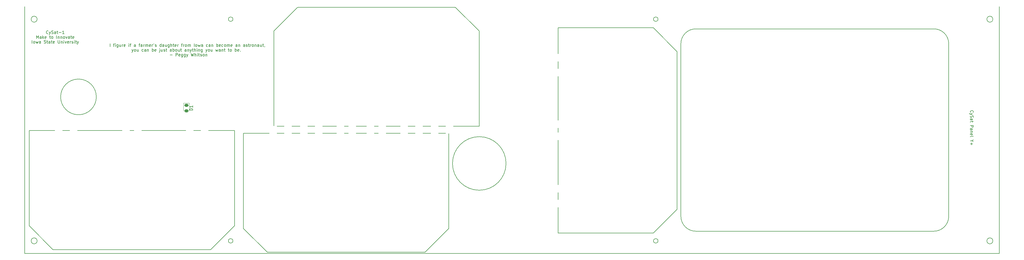
<source format=gto>
G04 #@! TF.GenerationSoftware,KiCad,Pcbnew,(6.0.4-0)*
G04 #@! TF.CreationDate,2022-09-21T16:46:56-05:00*
G04 #@! TF.ProjectId,Y+,592b2e6b-6963-4616-945f-706362585858,4*
G04 #@! TF.SameCoordinates,Original*
G04 #@! TF.FileFunction,Legend,Top*
G04 #@! TF.FilePolarity,Positive*
%FSLAX46Y46*%
G04 Gerber Fmt 4.6, Leading zero omitted, Abs format (unit mm)*
G04 Created by KiCad (PCBNEW (6.0.4-0)) date 2022-09-21 16:46:56*
%MOMM*%
%LPD*%
G01*
G04 APERTURE LIST*
G04 Aperture macros list*
%AMRoundRect*
0 Rectangle with rounded corners*
0 $1 Rounding radius*
0 $2 $3 $4 $5 $6 $7 $8 $9 X,Y pos of 4 corners*
0 Add a 4 corners polygon primitive as box body*
4,1,4,$2,$3,$4,$5,$6,$7,$8,$9,$2,$3,0*
0 Add four circle primitives for the rounded corners*
1,1,$1+$1,$2,$3*
1,1,$1+$1,$4,$5*
1,1,$1+$1,$6,$7*
1,1,$1+$1,$8,$9*
0 Add four rect primitives between the rounded corners*
20,1,$1+$1,$2,$3,$4,$5,0*
20,1,$1+$1,$4,$5,$6,$7,0*
20,1,$1+$1,$6,$7,$8,$9,0*
20,1,$1+$1,$8,$9,$2,$3,0*%
G04 Aperture macros list end*
%ADD10C,0.200000*%
%ADD11C,0.150000*%
%ADD12C,0.120000*%
%ADD13RoundRect,0.243750X-0.456250X0.243750X-0.456250X-0.243750X0.456250X-0.243750X0.456250X0.243750X0*%
%ADD14R,58.420000X25.400000*%
%ADD15R,2.500000X2.500000*%
%ADD16R,25.400000X58.420000*%
G04 APERTURE END LIST*
D10*
X339083363Y-189550000D02*
G75*
G03*
X339083363Y-189550000I-762000J0D01*
G01*
X346764400Y-255800000D02*
G75*
G03*
X351764363Y-260800000I5000000J0D01*
G01*
X196241364Y-189550000D02*
G75*
G03*
X196241364Y-189550000I-762000J0D01*
G01*
X451589363Y-264050000D02*
G75*
G03*
X451589363Y-264050000I-1000000J0D01*
G01*
X288014363Y-238030000D02*
G75*
G03*
X288014363Y-238030000I-9000000J0D01*
G01*
X351764363Y-260800000D02*
X431764363Y-260800000D01*
X431764363Y-192800000D02*
X351764363Y-192800000D01*
X451589363Y-189550000D02*
G75*
G03*
X451589363Y-189550000I-1000000J0D01*
G01*
X130439364Y-189550000D02*
G75*
G03*
X130439364Y-189550000I-1000000J0D01*
G01*
X351764363Y-192799963D02*
G75*
G03*
X346764363Y-197800000I37J-5000037D01*
G01*
X339083363Y-264050000D02*
G75*
G03*
X339083363Y-264050000I-762000J0D01*
G01*
X436764400Y-197800000D02*
G75*
G03*
X431764363Y-192800000I-5000000J0D01*
G01*
X126264364Y-268300000D02*
X126264364Y-185300000D01*
X130439364Y-264050000D02*
G75*
G03*
X130439364Y-264050000I-1000000J0D01*
G01*
X453764363Y-185300000D02*
X453764363Y-268300000D01*
X196241364Y-264050000D02*
G75*
G03*
X196241364Y-264050000I-762000J0D01*
G01*
X436764363Y-255800000D02*
X436764363Y-197800000D01*
X346764363Y-197800000D02*
X346764363Y-255800000D01*
X150341364Y-215670000D02*
G75*
G03*
X150341364Y-215670000I-6000000J0D01*
G01*
X431764363Y-260799963D02*
G75*
G03*
X436764363Y-255800000I37J4999963D01*
G01*
X453764363Y-268300000D02*
X126264364Y-268300000D01*
D11*
X154942857Y-198742380D02*
X154942857Y-197742380D01*
X156038095Y-198075714D02*
X156419047Y-198075714D01*
X156180952Y-198742380D02*
X156180952Y-197885238D01*
X156228571Y-197790000D01*
X156323809Y-197742380D01*
X156419047Y-197742380D01*
X156752380Y-198742380D02*
X156752380Y-198075714D01*
X156752380Y-197742380D02*
X156704761Y-197790000D01*
X156752380Y-197837619D01*
X156800000Y-197790000D01*
X156752380Y-197742380D01*
X156752380Y-197837619D01*
X157657142Y-198075714D02*
X157657142Y-198885238D01*
X157609523Y-198980476D01*
X157561904Y-199028095D01*
X157466666Y-199075714D01*
X157323809Y-199075714D01*
X157228571Y-199028095D01*
X157657142Y-198694761D02*
X157561904Y-198742380D01*
X157371428Y-198742380D01*
X157276190Y-198694761D01*
X157228571Y-198647142D01*
X157180952Y-198551904D01*
X157180952Y-198266190D01*
X157228571Y-198170952D01*
X157276190Y-198123333D01*
X157371428Y-198075714D01*
X157561904Y-198075714D01*
X157657142Y-198123333D01*
X158561904Y-198075714D02*
X158561904Y-198742380D01*
X158133333Y-198075714D02*
X158133333Y-198599523D01*
X158180952Y-198694761D01*
X158276190Y-198742380D01*
X158419047Y-198742380D01*
X158514285Y-198694761D01*
X158561904Y-198647142D01*
X159038095Y-198742380D02*
X159038095Y-198075714D01*
X159038095Y-198266190D02*
X159085714Y-198170952D01*
X159133333Y-198123333D01*
X159228571Y-198075714D01*
X159323809Y-198075714D01*
X160038095Y-198694761D02*
X159942857Y-198742380D01*
X159752380Y-198742380D01*
X159657142Y-198694761D01*
X159609523Y-198599523D01*
X159609523Y-198218571D01*
X159657142Y-198123333D01*
X159752380Y-198075714D01*
X159942857Y-198075714D01*
X160038095Y-198123333D01*
X160085714Y-198218571D01*
X160085714Y-198313809D01*
X159609523Y-198409047D01*
X161276190Y-198742380D02*
X161276190Y-198075714D01*
X161276190Y-197742380D02*
X161228571Y-197790000D01*
X161276190Y-197837619D01*
X161323809Y-197790000D01*
X161276190Y-197742380D01*
X161276190Y-197837619D01*
X161609523Y-198075714D02*
X161990476Y-198075714D01*
X161752380Y-198742380D02*
X161752380Y-197885238D01*
X161800000Y-197790000D01*
X161895238Y-197742380D01*
X161990476Y-197742380D01*
X163514285Y-198742380D02*
X163514285Y-198218571D01*
X163466666Y-198123333D01*
X163371428Y-198075714D01*
X163180952Y-198075714D01*
X163085714Y-198123333D01*
X163514285Y-198694761D02*
X163419047Y-198742380D01*
X163180952Y-198742380D01*
X163085714Y-198694761D01*
X163038095Y-198599523D01*
X163038095Y-198504285D01*
X163085714Y-198409047D01*
X163180952Y-198361428D01*
X163419047Y-198361428D01*
X163514285Y-198313809D01*
X164609523Y-198075714D02*
X164990476Y-198075714D01*
X164752380Y-198742380D02*
X164752380Y-197885238D01*
X164800000Y-197790000D01*
X164895238Y-197742380D01*
X164990476Y-197742380D01*
X165752380Y-198742380D02*
X165752380Y-198218571D01*
X165704761Y-198123333D01*
X165609523Y-198075714D01*
X165419047Y-198075714D01*
X165323809Y-198123333D01*
X165752380Y-198694761D02*
X165657142Y-198742380D01*
X165419047Y-198742380D01*
X165323809Y-198694761D01*
X165276190Y-198599523D01*
X165276190Y-198504285D01*
X165323809Y-198409047D01*
X165419047Y-198361428D01*
X165657142Y-198361428D01*
X165752380Y-198313809D01*
X166228571Y-198742380D02*
X166228571Y-198075714D01*
X166228571Y-198266190D02*
X166276190Y-198170952D01*
X166323809Y-198123333D01*
X166419047Y-198075714D01*
X166514285Y-198075714D01*
X166847619Y-198742380D02*
X166847619Y-198075714D01*
X166847619Y-198170952D02*
X166895238Y-198123333D01*
X166990476Y-198075714D01*
X167133333Y-198075714D01*
X167228571Y-198123333D01*
X167276190Y-198218571D01*
X167276190Y-198742380D01*
X167276190Y-198218571D02*
X167323809Y-198123333D01*
X167419047Y-198075714D01*
X167561904Y-198075714D01*
X167657142Y-198123333D01*
X167704761Y-198218571D01*
X167704761Y-198742380D01*
X168561904Y-198694761D02*
X168466666Y-198742380D01*
X168276190Y-198742380D01*
X168180952Y-198694761D01*
X168133333Y-198599523D01*
X168133333Y-198218571D01*
X168180952Y-198123333D01*
X168276190Y-198075714D01*
X168466666Y-198075714D01*
X168561904Y-198123333D01*
X168609523Y-198218571D01*
X168609523Y-198313809D01*
X168133333Y-198409047D01*
X169038095Y-198742380D02*
X169038095Y-198075714D01*
X169038095Y-198266190D02*
X169085714Y-198170952D01*
X169133333Y-198123333D01*
X169228571Y-198075714D01*
X169323809Y-198075714D01*
X169704761Y-197742380D02*
X169704761Y-197790000D01*
X169657142Y-197885238D01*
X169609523Y-197932857D01*
X170085714Y-198694761D02*
X170180952Y-198742380D01*
X170371428Y-198742380D01*
X170466666Y-198694761D01*
X170514285Y-198599523D01*
X170514285Y-198551904D01*
X170466666Y-198456666D01*
X170371428Y-198409047D01*
X170228571Y-198409047D01*
X170133333Y-198361428D01*
X170085714Y-198266190D01*
X170085714Y-198218571D01*
X170133333Y-198123333D01*
X170228571Y-198075714D01*
X170371428Y-198075714D01*
X170466666Y-198123333D01*
X172133333Y-198742380D02*
X172133333Y-197742380D01*
X172133333Y-198694761D02*
X172038095Y-198742380D01*
X171847619Y-198742380D01*
X171752380Y-198694761D01*
X171704761Y-198647142D01*
X171657142Y-198551904D01*
X171657142Y-198266190D01*
X171704761Y-198170952D01*
X171752380Y-198123333D01*
X171847619Y-198075714D01*
X172038095Y-198075714D01*
X172133333Y-198123333D01*
X173038095Y-198742380D02*
X173038095Y-198218571D01*
X172990476Y-198123333D01*
X172895238Y-198075714D01*
X172704761Y-198075714D01*
X172609523Y-198123333D01*
X173038095Y-198694761D02*
X172942857Y-198742380D01*
X172704761Y-198742380D01*
X172609523Y-198694761D01*
X172561904Y-198599523D01*
X172561904Y-198504285D01*
X172609523Y-198409047D01*
X172704761Y-198361428D01*
X172942857Y-198361428D01*
X173038095Y-198313809D01*
X173942857Y-198075714D02*
X173942857Y-198742380D01*
X173514285Y-198075714D02*
X173514285Y-198599523D01*
X173561904Y-198694761D01*
X173657142Y-198742380D01*
X173800000Y-198742380D01*
X173895238Y-198694761D01*
X173942857Y-198647142D01*
X174847619Y-198075714D02*
X174847619Y-198885238D01*
X174800000Y-198980476D01*
X174752380Y-199028095D01*
X174657142Y-199075714D01*
X174514285Y-199075714D01*
X174419047Y-199028095D01*
X174847619Y-198694761D02*
X174752380Y-198742380D01*
X174561904Y-198742380D01*
X174466666Y-198694761D01*
X174419047Y-198647142D01*
X174371428Y-198551904D01*
X174371428Y-198266190D01*
X174419047Y-198170952D01*
X174466666Y-198123333D01*
X174561904Y-198075714D01*
X174752380Y-198075714D01*
X174847619Y-198123333D01*
X175323809Y-198742380D02*
X175323809Y-197742380D01*
X175752380Y-198742380D02*
X175752380Y-198218571D01*
X175704761Y-198123333D01*
X175609523Y-198075714D01*
X175466666Y-198075714D01*
X175371428Y-198123333D01*
X175323809Y-198170952D01*
X176085714Y-198075714D02*
X176466666Y-198075714D01*
X176228571Y-197742380D02*
X176228571Y-198599523D01*
X176276190Y-198694761D01*
X176371428Y-198742380D01*
X176466666Y-198742380D01*
X177180952Y-198694761D02*
X177085714Y-198742380D01*
X176895238Y-198742380D01*
X176800000Y-198694761D01*
X176752380Y-198599523D01*
X176752380Y-198218571D01*
X176800000Y-198123333D01*
X176895238Y-198075714D01*
X177085714Y-198075714D01*
X177180952Y-198123333D01*
X177228571Y-198218571D01*
X177228571Y-198313809D01*
X176752380Y-198409047D01*
X177657142Y-198742380D02*
X177657142Y-198075714D01*
X177657142Y-198266190D02*
X177704761Y-198170952D01*
X177752380Y-198123333D01*
X177847619Y-198075714D01*
X177942857Y-198075714D01*
X178895238Y-198075714D02*
X179276190Y-198075714D01*
X179038095Y-198742380D02*
X179038095Y-197885238D01*
X179085714Y-197790000D01*
X179180952Y-197742380D01*
X179276190Y-197742380D01*
X179609523Y-198742380D02*
X179609523Y-198075714D01*
X179609523Y-198266190D02*
X179657142Y-198170952D01*
X179704761Y-198123333D01*
X179800000Y-198075714D01*
X179895238Y-198075714D01*
X180371428Y-198742380D02*
X180276190Y-198694761D01*
X180228571Y-198647142D01*
X180180952Y-198551904D01*
X180180952Y-198266190D01*
X180228571Y-198170952D01*
X180276190Y-198123333D01*
X180371428Y-198075714D01*
X180514285Y-198075714D01*
X180609523Y-198123333D01*
X180657142Y-198170952D01*
X180704761Y-198266190D01*
X180704761Y-198551904D01*
X180657142Y-198647142D01*
X180609523Y-198694761D01*
X180514285Y-198742380D01*
X180371428Y-198742380D01*
X181133333Y-198742380D02*
X181133333Y-198075714D01*
X181133333Y-198170952D02*
X181180952Y-198123333D01*
X181276190Y-198075714D01*
X181419047Y-198075714D01*
X181514285Y-198123333D01*
X181561904Y-198218571D01*
X181561904Y-198742380D01*
X181561904Y-198218571D02*
X181609523Y-198123333D01*
X181704761Y-198075714D01*
X181847619Y-198075714D01*
X181942857Y-198123333D01*
X181990476Y-198218571D01*
X181990476Y-198742380D01*
X183228571Y-198742380D02*
X183228571Y-197742380D01*
X183847619Y-198742380D02*
X183752380Y-198694761D01*
X183704761Y-198647142D01*
X183657142Y-198551904D01*
X183657142Y-198266190D01*
X183704761Y-198170952D01*
X183752380Y-198123333D01*
X183847619Y-198075714D01*
X183990476Y-198075714D01*
X184085714Y-198123333D01*
X184133333Y-198170952D01*
X184180952Y-198266190D01*
X184180952Y-198551904D01*
X184133333Y-198647142D01*
X184085714Y-198694761D01*
X183990476Y-198742380D01*
X183847619Y-198742380D01*
X184514285Y-198075714D02*
X184704761Y-198742380D01*
X184895238Y-198266190D01*
X185085714Y-198742380D01*
X185276190Y-198075714D01*
X186085714Y-198742380D02*
X186085714Y-198218571D01*
X186038095Y-198123333D01*
X185942857Y-198075714D01*
X185752380Y-198075714D01*
X185657142Y-198123333D01*
X186085714Y-198694761D02*
X185990476Y-198742380D01*
X185752380Y-198742380D01*
X185657142Y-198694761D01*
X185609523Y-198599523D01*
X185609523Y-198504285D01*
X185657142Y-198409047D01*
X185752380Y-198361428D01*
X185990476Y-198361428D01*
X186085714Y-198313809D01*
X187752380Y-198694761D02*
X187657142Y-198742380D01*
X187466666Y-198742380D01*
X187371428Y-198694761D01*
X187323809Y-198647142D01*
X187276190Y-198551904D01*
X187276190Y-198266190D01*
X187323809Y-198170952D01*
X187371428Y-198123333D01*
X187466666Y-198075714D01*
X187657142Y-198075714D01*
X187752380Y-198123333D01*
X188609523Y-198742380D02*
X188609523Y-198218571D01*
X188561904Y-198123333D01*
X188466666Y-198075714D01*
X188276190Y-198075714D01*
X188180952Y-198123333D01*
X188609523Y-198694761D02*
X188514285Y-198742380D01*
X188276190Y-198742380D01*
X188180952Y-198694761D01*
X188133333Y-198599523D01*
X188133333Y-198504285D01*
X188180952Y-198409047D01*
X188276190Y-198361428D01*
X188514285Y-198361428D01*
X188609523Y-198313809D01*
X189085714Y-198075714D02*
X189085714Y-198742380D01*
X189085714Y-198170952D02*
X189133333Y-198123333D01*
X189228571Y-198075714D01*
X189371428Y-198075714D01*
X189466666Y-198123333D01*
X189514285Y-198218571D01*
X189514285Y-198742380D01*
X190752380Y-198742380D02*
X190752380Y-197742380D01*
X190752380Y-198123333D02*
X190847619Y-198075714D01*
X191038095Y-198075714D01*
X191133333Y-198123333D01*
X191180952Y-198170952D01*
X191228571Y-198266190D01*
X191228571Y-198551904D01*
X191180952Y-198647142D01*
X191133333Y-198694761D01*
X191038095Y-198742380D01*
X190847619Y-198742380D01*
X190752380Y-198694761D01*
X192038095Y-198694761D02*
X191942857Y-198742380D01*
X191752380Y-198742380D01*
X191657142Y-198694761D01*
X191609523Y-198599523D01*
X191609523Y-198218571D01*
X191657142Y-198123333D01*
X191752380Y-198075714D01*
X191942857Y-198075714D01*
X192038095Y-198123333D01*
X192085714Y-198218571D01*
X192085714Y-198313809D01*
X191609523Y-198409047D01*
X192942857Y-198694761D02*
X192847619Y-198742380D01*
X192657142Y-198742380D01*
X192561904Y-198694761D01*
X192514285Y-198647142D01*
X192466666Y-198551904D01*
X192466666Y-198266190D01*
X192514285Y-198170952D01*
X192561904Y-198123333D01*
X192657142Y-198075714D01*
X192847619Y-198075714D01*
X192942857Y-198123333D01*
X193514285Y-198742380D02*
X193419047Y-198694761D01*
X193371428Y-198647142D01*
X193323809Y-198551904D01*
X193323809Y-198266190D01*
X193371428Y-198170952D01*
X193419047Y-198123333D01*
X193514285Y-198075714D01*
X193657142Y-198075714D01*
X193752380Y-198123333D01*
X193800000Y-198170952D01*
X193847619Y-198266190D01*
X193847619Y-198551904D01*
X193800000Y-198647142D01*
X193752380Y-198694761D01*
X193657142Y-198742380D01*
X193514285Y-198742380D01*
X194276190Y-198742380D02*
X194276190Y-198075714D01*
X194276190Y-198170952D02*
X194323809Y-198123333D01*
X194419047Y-198075714D01*
X194561904Y-198075714D01*
X194657142Y-198123333D01*
X194704761Y-198218571D01*
X194704761Y-198742380D01*
X194704761Y-198218571D02*
X194752380Y-198123333D01*
X194847619Y-198075714D01*
X194990476Y-198075714D01*
X195085714Y-198123333D01*
X195133333Y-198218571D01*
X195133333Y-198742380D01*
X195990476Y-198694761D02*
X195895238Y-198742380D01*
X195704761Y-198742380D01*
X195609523Y-198694761D01*
X195561904Y-198599523D01*
X195561904Y-198218571D01*
X195609523Y-198123333D01*
X195704761Y-198075714D01*
X195895238Y-198075714D01*
X195990476Y-198123333D01*
X196038095Y-198218571D01*
X196038095Y-198313809D01*
X195561904Y-198409047D01*
X197657142Y-198742380D02*
X197657142Y-198218571D01*
X197609523Y-198123333D01*
X197514285Y-198075714D01*
X197323809Y-198075714D01*
X197228571Y-198123333D01*
X197657142Y-198694761D02*
X197561904Y-198742380D01*
X197323809Y-198742380D01*
X197228571Y-198694761D01*
X197180952Y-198599523D01*
X197180952Y-198504285D01*
X197228571Y-198409047D01*
X197323809Y-198361428D01*
X197561904Y-198361428D01*
X197657142Y-198313809D01*
X198133333Y-198075714D02*
X198133333Y-198742380D01*
X198133333Y-198170952D02*
X198180952Y-198123333D01*
X198276190Y-198075714D01*
X198419047Y-198075714D01*
X198514285Y-198123333D01*
X198561904Y-198218571D01*
X198561904Y-198742380D01*
X200228571Y-198742380D02*
X200228571Y-198218571D01*
X200180952Y-198123333D01*
X200085714Y-198075714D01*
X199895238Y-198075714D01*
X199800000Y-198123333D01*
X200228571Y-198694761D02*
X200133333Y-198742380D01*
X199895238Y-198742380D01*
X199800000Y-198694761D01*
X199752380Y-198599523D01*
X199752380Y-198504285D01*
X199800000Y-198409047D01*
X199895238Y-198361428D01*
X200133333Y-198361428D01*
X200228571Y-198313809D01*
X200657142Y-198694761D02*
X200752380Y-198742380D01*
X200942857Y-198742380D01*
X201038095Y-198694761D01*
X201085714Y-198599523D01*
X201085714Y-198551904D01*
X201038095Y-198456666D01*
X200942857Y-198409047D01*
X200800000Y-198409047D01*
X200704761Y-198361428D01*
X200657142Y-198266190D01*
X200657142Y-198218571D01*
X200704761Y-198123333D01*
X200800000Y-198075714D01*
X200942857Y-198075714D01*
X201038095Y-198123333D01*
X201371428Y-198075714D02*
X201752380Y-198075714D01*
X201514285Y-197742380D02*
X201514285Y-198599523D01*
X201561904Y-198694761D01*
X201657142Y-198742380D01*
X201752380Y-198742380D01*
X202085714Y-198742380D02*
X202085714Y-198075714D01*
X202085714Y-198266190D02*
X202133333Y-198170952D01*
X202180952Y-198123333D01*
X202276190Y-198075714D01*
X202371428Y-198075714D01*
X202847619Y-198742380D02*
X202752380Y-198694761D01*
X202704761Y-198647142D01*
X202657142Y-198551904D01*
X202657142Y-198266190D01*
X202704761Y-198170952D01*
X202752380Y-198123333D01*
X202847619Y-198075714D01*
X202990476Y-198075714D01*
X203085714Y-198123333D01*
X203133333Y-198170952D01*
X203180952Y-198266190D01*
X203180952Y-198551904D01*
X203133333Y-198647142D01*
X203085714Y-198694761D01*
X202990476Y-198742380D01*
X202847619Y-198742380D01*
X203609523Y-198075714D02*
X203609523Y-198742380D01*
X203609523Y-198170952D02*
X203657142Y-198123333D01*
X203752380Y-198075714D01*
X203895238Y-198075714D01*
X203990476Y-198123333D01*
X204038095Y-198218571D01*
X204038095Y-198742380D01*
X204942857Y-198742380D02*
X204942857Y-198218571D01*
X204895238Y-198123333D01*
X204799999Y-198075714D01*
X204609523Y-198075714D01*
X204514285Y-198123333D01*
X204942857Y-198694761D02*
X204847619Y-198742380D01*
X204609523Y-198742380D01*
X204514285Y-198694761D01*
X204466666Y-198599523D01*
X204466666Y-198504285D01*
X204514285Y-198409047D01*
X204609523Y-198361428D01*
X204847619Y-198361428D01*
X204942857Y-198313809D01*
X205847619Y-198075714D02*
X205847619Y-198742380D01*
X205419047Y-198075714D02*
X205419047Y-198599523D01*
X205466666Y-198694761D01*
X205561904Y-198742380D01*
X205704761Y-198742380D01*
X205799999Y-198694761D01*
X205847619Y-198647142D01*
X206180952Y-198075714D02*
X206561904Y-198075714D01*
X206323809Y-197742380D02*
X206323809Y-198599523D01*
X206371428Y-198694761D01*
X206466666Y-198742380D01*
X206561904Y-198742380D01*
X206942857Y-198694761D02*
X206942857Y-198742380D01*
X206895238Y-198837619D01*
X206847619Y-198885238D01*
X162252380Y-199685714D02*
X162490476Y-200352380D01*
X162728571Y-199685714D02*
X162490476Y-200352380D01*
X162395238Y-200590476D01*
X162347619Y-200638095D01*
X162252380Y-200685714D01*
X163252380Y-200352380D02*
X163157142Y-200304761D01*
X163109523Y-200257142D01*
X163061904Y-200161904D01*
X163061904Y-199876190D01*
X163109523Y-199780952D01*
X163157142Y-199733333D01*
X163252380Y-199685714D01*
X163395238Y-199685714D01*
X163490476Y-199733333D01*
X163538095Y-199780952D01*
X163585714Y-199876190D01*
X163585714Y-200161904D01*
X163538095Y-200257142D01*
X163490476Y-200304761D01*
X163395238Y-200352380D01*
X163252380Y-200352380D01*
X164442857Y-199685714D02*
X164442857Y-200352380D01*
X164014285Y-199685714D02*
X164014285Y-200209523D01*
X164061904Y-200304761D01*
X164157142Y-200352380D01*
X164300000Y-200352380D01*
X164395238Y-200304761D01*
X164442857Y-200257142D01*
X166109523Y-200304761D02*
X166014285Y-200352380D01*
X165823809Y-200352380D01*
X165728571Y-200304761D01*
X165680952Y-200257142D01*
X165633333Y-200161904D01*
X165633333Y-199876190D01*
X165680952Y-199780952D01*
X165728571Y-199733333D01*
X165823809Y-199685714D01*
X166014285Y-199685714D01*
X166109523Y-199733333D01*
X166966666Y-200352380D02*
X166966666Y-199828571D01*
X166919047Y-199733333D01*
X166823809Y-199685714D01*
X166633333Y-199685714D01*
X166538095Y-199733333D01*
X166966666Y-200304761D02*
X166871428Y-200352380D01*
X166633333Y-200352380D01*
X166538095Y-200304761D01*
X166490476Y-200209523D01*
X166490476Y-200114285D01*
X166538095Y-200019047D01*
X166633333Y-199971428D01*
X166871428Y-199971428D01*
X166966666Y-199923809D01*
X167442857Y-199685714D02*
X167442857Y-200352380D01*
X167442857Y-199780952D02*
X167490476Y-199733333D01*
X167585714Y-199685714D01*
X167728571Y-199685714D01*
X167823809Y-199733333D01*
X167871428Y-199828571D01*
X167871428Y-200352380D01*
X169109523Y-200352380D02*
X169109523Y-199352380D01*
X169109523Y-199733333D02*
X169204761Y-199685714D01*
X169395238Y-199685714D01*
X169490476Y-199733333D01*
X169538095Y-199780952D01*
X169585714Y-199876190D01*
X169585714Y-200161904D01*
X169538095Y-200257142D01*
X169490476Y-200304761D01*
X169395238Y-200352380D01*
X169204761Y-200352380D01*
X169109523Y-200304761D01*
X170395238Y-200304761D02*
X170300000Y-200352380D01*
X170109523Y-200352380D01*
X170014285Y-200304761D01*
X169966666Y-200209523D01*
X169966666Y-199828571D01*
X170014285Y-199733333D01*
X170109523Y-199685714D01*
X170300000Y-199685714D01*
X170395238Y-199733333D01*
X170442857Y-199828571D01*
X170442857Y-199923809D01*
X169966666Y-200019047D01*
X171633333Y-199685714D02*
X171633333Y-200542857D01*
X171585714Y-200638095D01*
X171490476Y-200685714D01*
X171442857Y-200685714D01*
X171633333Y-199352380D02*
X171585714Y-199400000D01*
X171633333Y-199447619D01*
X171680952Y-199400000D01*
X171633333Y-199352380D01*
X171633333Y-199447619D01*
X172538095Y-199685714D02*
X172538095Y-200352380D01*
X172109523Y-199685714D02*
X172109523Y-200209523D01*
X172157142Y-200304761D01*
X172252380Y-200352380D01*
X172395238Y-200352380D01*
X172490476Y-200304761D01*
X172538095Y-200257142D01*
X172966666Y-200304761D02*
X173061904Y-200352380D01*
X173252380Y-200352380D01*
X173347619Y-200304761D01*
X173395238Y-200209523D01*
X173395238Y-200161904D01*
X173347619Y-200066666D01*
X173252380Y-200019047D01*
X173109523Y-200019047D01*
X173014285Y-199971428D01*
X172966666Y-199876190D01*
X172966666Y-199828571D01*
X173014285Y-199733333D01*
X173109523Y-199685714D01*
X173252380Y-199685714D01*
X173347619Y-199733333D01*
X173680952Y-199685714D02*
X174061904Y-199685714D01*
X173823809Y-199352380D02*
X173823809Y-200209523D01*
X173871428Y-200304761D01*
X173966666Y-200352380D01*
X174061904Y-200352380D01*
X175585714Y-200352380D02*
X175585714Y-199828571D01*
X175538095Y-199733333D01*
X175442857Y-199685714D01*
X175252380Y-199685714D01*
X175157142Y-199733333D01*
X175585714Y-200304761D02*
X175490476Y-200352380D01*
X175252380Y-200352380D01*
X175157142Y-200304761D01*
X175109523Y-200209523D01*
X175109523Y-200114285D01*
X175157142Y-200019047D01*
X175252380Y-199971428D01*
X175490476Y-199971428D01*
X175585714Y-199923809D01*
X176061904Y-200352380D02*
X176061904Y-199352380D01*
X176061904Y-199733333D02*
X176157142Y-199685714D01*
X176347619Y-199685714D01*
X176442857Y-199733333D01*
X176490476Y-199780952D01*
X176538095Y-199876190D01*
X176538095Y-200161904D01*
X176490476Y-200257142D01*
X176442857Y-200304761D01*
X176347619Y-200352380D01*
X176157142Y-200352380D01*
X176061904Y-200304761D01*
X177109523Y-200352380D02*
X177014285Y-200304761D01*
X176966666Y-200257142D01*
X176919047Y-200161904D01*
X176919047Y-199876190D01*
X176966666Y-199780952D01*
X177014285Y-199733333D01*
X177109523Y-199685714D01*
X177252380Y-199685714D01*
X177347619Y-199733333D01*
X177395238Y-199780952D01*
X177442857Y-199876190D01*
X177442857Y-200161904D01*
X177395238Y-200257142D01*
X177347619Y-200304761D01*
X177252380Y-200352380D01*
X177109523Y-200352380D01*
X178300000Y-199685714D02*
X178300000Y-200352380D01*
X177871428Y-199685714D02*
X177871428Y-200209523D01*
X177919047Y-200304761D01*
X178014285Y-200352380D01*
X178157142Y-200352380D01*
X178252380Y-200304761D01*
X178300000Y-200257142D01*
X178633333Y-199685714D02*
X179014285Y-199685714D01*
X178776190Y-199352380D02*
X178776190Y-200209523D01*
X178823809Y-200304761D01*
X178919047Y-200352380D01*
X179014285Y-200352380D01*
X180538095Y-200352380D02*
X180538095Y-199828571D01*
X180490476Y-199733333D01*
X180395238Y-199685714D01*
X180204761Y-199685714D01*
X180109523Y-199733333D01*
X180538095Y-200304761D02*
X180442857Y-200352380D01*
X180204761Y-200352380D01*
X180109523Y-200304761D01*
X180061904Y-200209523D01*
X180061904Y-200114285D01*
X180109523Y-200019047D01*
X180204761Y-199971428D01*
X180442857Y-199971428D01*
X180538095Y-199923809D01*
X181014285Y-199685714D02*
X181014285Y-200352380D01*
X181014285Y-199780952D02*
X181061904Y-199733333D01*
X181157142Y-199685714D01*
X181300000Y-199685714D01*
X181395238Y-199733333D01*
X181442857Y-199828571D01*
X181442857Y-200352380D01*
X181823809Y-199685714D02*
X182061904Y-200352380D01*
X182300000Y-199685714D02*
X182061904Y-200352380D01*
X181966666Y-200590476D01*
X181919047Y-200638095D01*
X181823809Y-200685714D01*
X182538095Y-199685714D02*
X182919047Y-199685714D01*
X182680952Y-199352380D02*
X182680952Y-200209523D01*
X182728571Y-200304761D01*
X182823809Y-200352380D01*
X182919047Y-200352380D01*
X183252380Y-200352380D02*
X183252380Y-199352380D01*
X183680952Y-200352380D02*
X183680952Y-199828571D01*
X183633333Y-199733333D01*
X183538095Y-199685714D01*
X183395238Y-199685714D01*
X183300000Y-199733333D01*
X183252380Y-199780952D01*
X184157142Y-200352380D02*
X184157142Y-199685714D01*
X184157142Y-199352380D02*
X184109523Y-199400000D01*
X184157142Y-199447619D01*
X184204761Y-199400000D01*
X184157142Y-199352380D01*
X184157142Y-199447619D01*
X184633333Y-199685714D02*
X184633333Y-200352380D01*
X184633333Y-199780952D02*
X184680952Y-199733333D01*
X184776190Y-199685714D01*
X184919047Y-199685714D01*
X185014285Y-199733333D01*
X185061904Y-199828571D01*
X185061904Y-200352380D01*
X185966666Y-199685714D02*
X185966666Y-200495238D01*
X185919047Y-200590476D01*
X185871428Y-200638095D01*
X185776190Y-200685714D01*
X185633333Y-200685714D01*
X185538095Y-200638095D01*
X185966666Y-200304761D02*
X185871428Y-200352380D01*
X185680952Y-200352380D01*
X185585714Y-200304761D01*
X185538095Y-200257142D01*
X185490476Y-200161904D01*
X185490476Y-199876190D01*
X185538095Y-199780952D01*
X185585714Y-199733333D01*
X185680952Y-199685714D01*
X185871428Y-199685714D01*
X185966666Y-199733333D01*
X187109523Y-199685714D02*
X187347619Y-200352380D01*
X187585714Y-199685714D02*
X187347619Y-200352380D01*
X187252380Y-200590476D01*
X187204761Y-200638095D01*
X187109523Y-200685714D01*
X188109523Y-200352380D02*
X188014285Y-200304761D01*
X187966666Y-200257142D01*
X187919047Y-200161904D01*
X187919047Y-199876190D01*
X187966666Y-199780952D01*
X188014285Y-199733333D01*
X188109523Y-199685714D01*
X188252380Y-199685714D01*
X188347619Y-199733333D01*
X188395238Y-199780952D01*
X188442857Y-199876190D01*
X188442857Y-200161904D01*
X188395238Y-200257142D01*
X188347619Y-200304761D01*
X188252380Y-200352380D01*
X188109523Y-200352380D01*
X189300000Y-199685714D02*
X189300000Y-200352380D01*
X188871428Y-199685714D02*
X188871428Y-200209523D01*
X188919047Y-200304761D01*
X189014285Y-200352380D01*
X189157142Y-200352380D01*
X189252380Y-200304761D01*
X189300000Y-200257142D01*
X190442857Y-199685714D02*
X190633333Y-200352380D01*
X190823809Y-199876190D01*
X191014285Y-200352380D01*
X191204761Y-199685714D01*
X192014285Y-200352380D02*
X192014285Y-199828571D01*
X191966666Y-199733333D01*
X191871428Y-199685714D01*
X191680952Y-199685714D01*
X191585714Y-199733333D01*
X192014285Y-200304761D02*
X191919047Y-200352380D01*
X191680952Y-200352380D01*
X191585714Y-200304761D01*
X191538095Y-200209523D01*
X191538095Y-200114285D01*
X191585714Y-200019047D01*
X191680952Y-199971428D01*
X191919047Y-199971428D01*
X192014285Y-199923809D01*
X192490476Y-199685714D02*
X192490476Y-200352380D01*
X192490476Y-199780952D02*
X192538095Y-199733333D01*
X192633333Y-199685714D01*
X192776190Y-199685714D01*
X192871428Y-199733333D01*
X192919047Y-199828571D01*
X192919047Y-200352380D01*
X193252380Y-199685714D02*
X193633333Y-199685714D01*
X193395238Y-199352380D02*
X193395238Y-200209523D01*
X193442857Y-200304761D01*
X193538095Y-200352380D01*
X193633333Y-200352380D01*
X194585714Y-199685714D02*
X194966666Y-199685714D01*
X194728571Y-199352380D02*
X194728571Y-200209523D01*
X194776190Y-200304761D01*
X194871428Y-200352380D01*
X194966666Y-200352380D01*
X195442857Y-200352380D02*
X195347619Y-200304761D01*
X195300000Y-200257142D01*
X195252380Y-200161904D01*
X195252380Y-199876190D01*
X195300000Y-199780952D01*
X195347619Y-199733333D01*
X195442857Y-199685714D01*
X195585714Y-199685714D01*
X195680952Y-199733333D01*
X195728571Y-199780952D01*
X195776190Y-199876190D01*
X195776190Y-200161904D01*
X195728571Y-200257142D01*
X195680952Y-200304761D01*
X195585714Y-200352380D01*
X195442857Y-200352380D01*
X196966666Y-200352380D02*
X196966666Y-199352380D01*
X196966666Y-199733333D02*
X197061904Y-199685714D01*
X197252380Y-199685714D01*
X197347619Y-199733333D01*
X197395238Y-199780952D01*
X197442857Y-199876190D01*
X197442857Y-200161904D01*
X197395238Y-200257142D01*
X197347619Y-200304761D01*
X197252380Y-200352380D01*
X197061904Y-200352380D01*
X196966666Y-200304761D01*
X198252380Y-200304761D02*
X198157142Y-200352380D01*
X197966666Y-200352380D01*
X197871428Y-200304761D01*
X197823809Y-200209523D01*
X197823809Y-199828571D01*
X197871428Y-199733333D01*
X197966666Y-199685714D01*
X198157142Y-199685714D01*
X198252380Y-199733333D01*
X198300000Y-199828571D01*
X198300000Y-199923809D01*
X197823809Y-200019047D01*
X198728571Y-200257142D02*
X198776190Y-200304761D01*
X198728571Y-200352380D01*
X198680952Y-200304761D01*
X198728571Y-200257142D01*
X198728571Y-200352380D01*
X175085714Y-201581428D02*
X175847619Y-201581428D01*
X177085714Y-201962380D02*
X177085714Y-200962380D01*
X177466666Y-200962380D01*
X177561904Y-201010000D01*
X177609523Y-201057619D01*
X177657142Y-201152857D01*
X177657142Y-201295714D01*
X177609523Y-201390952D01*
X177561904Y-201438571D01*
X177466666Y-201486190D01*
X177085714Y-201486190D01*
X178466666Y-201914761D02*
X178371428Y-201962380D01*
X178180952Y-201962380D01*
X178085714Y-201914761D01*
X178038095Y-201819523D01*
X178038095Y-201438571D01*
X178085714Y-201343333D01*
X178180952Y-201295714D01*
X178371428Y-201295714D01*
X178466666Y-201343333D01*
X178514285Y-201438571D01*
X178514285Y-201533809D01*
X178038095Y-201629047D01*
X179371428Y-201295714D02*
X179371428Y-202105238D01*
X179323809Y-202200476D01*
X179276190Y-202248095D01*
X179180952Y-202295714D01*
X179038095Y-202295714D01*
X178942857Y-202248095D01*
X179371428Y-201914761D02*
X179276190Y-201962380D01*
X179085714Y-201962380D01*
X178990476Y-201914761D01*
X178942857Y-201867142D01*
X178895238Y-201771904D01*
X178895238Y-201486190D01*
X178942857Y-201390952D01*
X178990476Y-201343333D01*
X179085714Y-201295714D01*
X179276190Y-201295714D01*
X179371428Y-201343333D01*
X180276190Y-201295714D02*
X180276190Y-202105238D01*
X180228571Y-202200476D01*
X180180952Y-202248095D01*
X180085714Y-202295714D01*
X179942857Y-202295714D01*
X179847619Y-202248095D01*
X180276190Y-201914761D02*
X180180952Y-201962380D01*
X179990476Y-201962380D01*
X179895238Y-201914761D01*
X179847619Y-201867142D01*
X179800000Y-201771904D01*
X179800000Y-201486190D01*
X179847619Y-201390952D01*
X179895238Y-201343333D01*
X179990476Y-201295714D01*
X180180952Y-201295714D01*
X180276190Y-201343333D01*
X180657142Y-201295714D02*
X180895238Y-201962380D01*
X181133333Y-201295714D02*
X180895238Y-201962380D01*
X180800000Y-202200476D01*
X180752380Y-202248095D01*
X180657142Y-202295714D01*
X182180952Y-200962380D02*
X182419047Y-201962380D01*
X182609523Y-201248095D01*
X182800000Y-201962380D01*
X183038095Y-200962380D01*
X183419047Y-201962380D02*
X183419047Y-200962380D01*
X183847619Y-201962380D02*
X183847619Y-201438571D01*
X183800000Y-201343333D01*
X183704761Y-201295714D01*
X183561904Y-201295714D01*
X183466666Y-201343333D01*
X183419047Y-201390952D01*
X184323809Y-201962380D02*
X184323809Y-201295714D01*
X184323809Y-200962380D02*
X184276190Y-201010000D01*
X184323809Y-201057619D01*
X184371428Y-201010000D01*
X184323809Y-200962380D01*
X184323809Y-201057619D01*
X184657142Y-201295714D02*
X185038095Y-201295714D01*
X184800000Y-200962380D02*
X184800000Y-201819523D01*
X184847619Y-201914761D01*
X184942857Y-201962380D01*
X185038095Y-201962380D01*
X185323809Y-201914761D02*
X185419047Y-201962380D01*
X185609523Y-201962380D01*
X185704761Y-201914761D01*
X185752380Y-201819523D01*
X185752380Y-201771904D01*
X185704761Y-201676666D01*
X185609523Y-201629047D01*
X185466666Y-201629047D01*
X185371428Y-201581428D01*
X185323809Y-201486190D01*
X185323809Y-201438571D01*
X185371428Y-201343333D01*
X185466666Y-201295714D01*
X185609523Y-201295714D01*
X185704761Y-201343333D01*
X186323809Y-201962380D02*
X186228571Y-201914761D01*
X186180952Y-201867142D01*
X186133333Y-201771904D01*
X186133333Y-201486190D01*
X186180952Y-201390952D01*
X186228571Y-201343333D01*
X186323809Y-201295714D01*
X186466666Y-201295714D01*
X186561904Y-201343333D01*
X186609523Y-201390952D01*
X186657142Y-201486190D01*
X186657142Y-201771904D01*
X186609523Y-201867142D01*
X186561904Y-201914761D01*
X186466666Y-201962380D01*
X186323809Y-201962380D01*
X187085714Y-201295714D02*
X187085714Y-201962380D01*
X187085714Y-201390952D02*
X187133333Y-201343333D01*
X187228571Y-201295714D01*
X187371428Y-201295714D01*
X187466666Y-201343333D01*
X187514285Y-201438571D01*
X187514285Y-201962380D01*
X444142857Y-220869523D02*
X444095238Y-220821904D01*
X444047619Y-220679047D01*
X444047619Y-220583809D01*
X444095238Y-220440952D01*
X444190476Y-220345714D01*
X444285714Y-220298095D01*
X444476190Y-220250476D01*
X444619047Y-220250476D01*
X444809523Y-220298095D01*
X444904761Y-220345714D01*
X445000000Y-220440952D01*
X445047619Y-220583809D01*
X445047619Y-220679047D01*
X445000000Y-220821904D01*
X444952380Y-220869523D01*
X444714285Y-221202857D02*
X444047619Y-221440952D01*
X444714285Y-221679047D02*
X444047619Y-221440952D01*
X443809523Y-221345714D01*
X443761904Y-221298095D01*
X443714285Y-221202857D01*
X444095238Y-222012380D02*
X444047619Y-222155238D01*
X444047619Y-222393333D01*
X444095238Y-222488571D01*
X444142857Y-222536190D01*
X444238095Y-222583809D01*
X444333333Y-222583809D01*
X444428571Y-222536190D01*
X444476190Y-222488571D01*
X444523809Y-222393333D01*
X444571428Y-222202857D01*
X444619047Y-222107619D01*
X444666666Y-222060000D01*
X444761904Y-222012380D01*
X444857142Y-222012380D01*
X444952380Y-222060000D01*
X445000000Y-222107619D01*
X445047619Y-222202857D01*
X445047619Y-222440952D01*
X445000000Y-222583809D01*
X444047619Y-223440952D02*
X444571428Y-223440952D01*
X444666666Y-223393333D01*
X444714285Y-223298095D01*
X444714285Y-223107619D01*
X444666666Y-223012380D01*
X444095238Y-223440952D02*
X444047619Y-223345714D01*
X444047619Y-223107619D01*
X444095238Y-223012380D01*
X444190476Y-222964761D01*
X444285714Y-222964761D01*
X444380952Y-223012380D01*
X444428571Y-223107619D01*
X444428571Y-223345714D01*
X444476190Y-223440952D01*
X444714285Y-223774285D02*
X444714285Y-224155238D01*
X445047619Y-223917142D02*
X444190476Y-223917142D01*
X444095238Y-223964761D01*
X444047619Y-224060000D01*
X444047619Y-224155238D01*
X444047619Y-225250476D02*
X445047619Y-225250476D01*
X445047619Y-225631428D01*
X445000000Y-225726666D01*
X444952380Y-225774285D01*
X444857142Y-225821904D01*
X444714285Y-225821904D01*
X444619047Y-225774285D01*
X444571428Y-225726666D01*
X444523809Y-225631428D01*
X444523809Y-225250476D01*
X444047619Y-226679047D02*
X444571428Y-226679047D01*
X444666666Y-226631428D01*
X444714285Y-226536190D01*
X444714285Y-226345714D01*
X444666666Y-226250476D01*
X444095238Y-226679047D02*
X444047619Y-226583809D01*
X444047619Y-226345714D01*
X444095238Y-226250476D01*
X444190476Y-226202857D01*
X444285714Y-226202857D01*
X444380952Y-226250476D01*
X444428571Y-226345714D01*
X444428571Y-226583809D01*
X444476190Y-226679047D01*
X444714285Y-227155238D02*
X444047619Y-227155238D01*
X444619047Y-227155238D02*
X444666666Y-227202857D01*
X444714285Y-227298095D01*
X444714285Y-227440952D01*
X444666666Y-227536190D01*
X444571428Y-227583809D01*
X444047619Y-227583809D01*
X444095238Y-228440952D02*
X444047619Y-228345714D01*
X444047619Y-228155238D01*
X444095238Y-228060000D01*
X444190476Y-228012380D01*
X444571428Y-228012380D01*
X444666666Y-228060000D01*
X444714285Y-228155238D01*
X444714285Y-228345714D01*
X444666666Y-228440952D01*
X444571428Y-228488571D01*
X444476190Y-228488571D01*
X444380952Y-228012380D01*
X444047619Y-229060000D02*
X444095238Y-228964761D01*
X444190476Y-228917142D01*
X445047619Y-228917142D01*
X444523809Y-230393333D02*
X444047619Y-230393333D01*
X445047619Y-230060000D02*
X444523809Y-230393333D01*
X445047619Y-230726666D01*
X444428571Y-231060000D02*
X444428571Y-231821904D01*
X444047619Y-231440952D02*
X444809523Y-231440952D01*
X134144047Y-194327142D02*
X134096428Y-194374761D01*
X133953571Y-194422380D01*
X133858333Y-194422380D01*
X133715476Y-194374761D01*
X133620238Y-194279523D01*
X133572619Y-194184285D01*
X133525000Y-193993809D01*
X133525000Y-193850952D01*
X133572619Y-193660476D01*
X133620238Y-193565238D01*
X133715476Y-193470000D01*
X133858333Y-193422380D01*
X133953571Y-193422380D01*
X134096428Y-193470000D01*
X134144047Y-193517619D01*
X134477380Y-193755714D02*
X134715476Y-194422380D01*
X134953571Y-193755714D02*
X134715476Y-194422380D01*
X134620238Y-194660476D01*
X134572619Y-194708095D01*
X134477380Y-194755714D01*
X135286904Y-194374761D02*
X135429761Y-194422380D01*
X135667857Y-194422380D01*
X135763095Y-194374761D01*
X135810714Y-194327142D01*
X135858333Y-194231904D01*
X135858333Y-194136666D01*
X135810714Y-194041428D01*
X135763095Y-193993809D01*
X135667857Y-193946190D01*
X135477380Y-193898571D01*
X135382142Y-193850952D01*
X135334523Y-193803333D01*
X135286904Y-193708095D01*
X135286904Y-193612857D01*
X135334523Y-193517619D01*
X135382142Y-193470000D01*
X135477380Y-193422380D01*
X135715476Y-193422380D01*
X135858333Y-193470000D01*
X136715476Y-194422380D02*
X136715476Y-193898571D01*
X136667857Y-193803333D01*
X136572619Y-193755714D01*
X136382142Y-193755714D01*
X136286904Y-193803333D01*
X136715476Y-194374761D02*
X136620238Y-194422380D01*
X136382142Y-194422380D01*
X136286904Y-194374761D01*
X136239285Y-194279523D01*
X136239285Y-194184285D01*
X136286904Y-194089047D01*
X136382142Y-194041428D01*
X136620238Y-194041428D01*
X136715476Y-193993809D01*
X137048809Y-193755714D02*
X137429761Y-193755714D01*
X137191666Y-193422380D02*
X137191666Y-194279523D01*
X137239285Y-194374761D01*
X137334523Y-194422380D01*
X137429761Y-194422380D01*
X137763095Y-194041428D02*
X138525000Y-194041428D01*
X139525000Y-194422380D02*
X138953571Y-194422380D01*
X139239285Y-194422380D02*
X139239285Y-193422380D01*
X139144047Y-193565238D01*
X139048809Y-193660476D01*
X138953571Y-193708095D01*
X130263095Y-196032380D02*
X130263095Y-195032380D01*
X130596428Y-195746666D01*
X130929761Y-195032380D01*
X130929761Y-196032380D01*
X131834523Y-196032380D02*
X131834523Y-195508571D01*
X131786904Y-195413333D01*
X131691666Y-195365714D01*
X131501190Y-195365714D01*
X131405952Y-195413333D01*
X131834523Y-195984761D02*
X131739285Y-196032380D01*
X131501190Y-196032380D01*
X131405952Y-195984761D01*
X131358333Y-195889523D01*
X131358333Y-195794285D01*
X131405952Y-195699047D01*
X131501190Y-195651428D01*
X131739285Y-195651428D01*
X131834523Y-195603809D01*
X132310714Y-196032380D02*
X132310714Y-195032380D01*
X132405952Y-195651428D02*
X132691666Y-196032380D01*
X132691666Y-195365714D02*
X132310714Y-195746666D01*
X133501190Y-195984761D02*
X133405952Y-196032380D01*
X133215476Y-196032380D01*
X133120238Y-195984761D01*
X133072619Y-195889523D01*
X133072619Y-195508571D01*
X133120238Y-195413333D01*
X133215476Y-195365714D01*
X133405952Y-195365714D01*
X133501190Y-195413333D01*
X133548809Y-195508571D01*
X133548809Y-195603809D01*
X133072619Y-195699047D01*
X134596428Y-195365714D02*
X134977380Y-195365714D01*
X134739285Y-195032380D02*
X134739285Y-195889523D01*
X134786904Y-195984761D01*
X134882142Y-196032380D01*
X134977380Y-196032380D01*
X135453571Y-196032380D02*
X135358333Y-195984761D01*
X135310714Y-195937142D01*
X135263095Y-195841904D01*
X135263095Y-195556190D01*
X135310714Y-195460952D01*
X135358333Y-195413333D01*
X135453571Y-195365714D01*
X135596428Y-195365714D01*
X135691666Y-195413333D01*
X135739285Y-195460952D01*
X135786904Y-195556190D01*
X135786904Y-195841904D01*
X135739285Y-195937142D01*
X135691666Y-195984761D01*
X135596428Y-196032380D01*
X135453571Y-196032380D01*
X136977380Y-196032380D02*
X136977380Y-195032380D01*
X137453571Y-195365714D02*
X137453571Y-196032380D01*
X137453571Y-195460952D02*
X137501190Y-195413333D01*
X137596428Y-195365714D01*
X137739285Y-195365714D01*
X137834523Y-195413333D01*
X137882142Y-195508571D01*
X137882142Y-196032380D01*
X138358333Y-195365714D02*
X138358333Y-196032380D01*
X138358333Y-195460952D02*
X138405952Y-195413333D01*
X138501190Y-195365714D01*
X138644047Y-195365714D01*
X138739285Y-195413333D01*
X138786904Y-195508571D01*
X138786904Y-196032380D01*
X139405952Y-196032380D02*
X139310714Y-195984761D01*
X139263095Y-195937142D01*
X139215476Y-195841904D01*
X139215476Y-195556190D01*
X139263095Y-195460952D01*
X139310714Y-195413333D01*
X139405952Y-195365714D01*
X139548809Y-195365714D01*
X139644047Y-195413333D01*
X139691666Y-195460952D01*
X139739285Y-195556190D01*
X139739285Y-195841904D01*
X139691666Y-195937142D01*
X139644047Y-195984761D01*
X139548809Y-196032380D01*
X139405952Y-196032380D01*
X140072619Y-195365714D02*
X140310714Y-196032380D01*
X140548809Y-195365714D01*
X141358333Y-196032380D02*
X141358333Y-195508571D01*
X141310714Y-195413333D01*
X141215476Y-195365714D01*
X141025000Y-195365714D01*
X140929761Y-195413333D01*
X141358333Y-195984761D02*
X141263095Y-196032380D01*
X141025000Y-196032380D01*
X140929761Y-195984761D01*
X140882142Y-195889523D01*
X140882142Y-195794285D01*
X140929761Y-195699047D01*
X141025000Y-195651428D01*
X141263095Y-195651428D01*
X141358333Y-195603809D01*
X141691666Y-195365714D02*
X142072619Y-195365714D01*
X141834523Y-195032380D02*
X141834523Y-195889523D01*
X141882142Y-195984761D01*
X141977380Y-196032380D01*
X142072619Y-196032380D01*
X142786904Y-195984761D02*
X142691666Y-196032380D01*
X142501190Y-196032380D01*
X142405952Y-195984761D01*
X142358333Y-195889523D01*
X142358333Y-195508571D01*
X142405952Y-195413333D01*
X142501190Y-195365714D01*
X142691666Y-195365714D01*
X142786904Y-195413333D01*
X142834523Y-195508571D01*
X142834523Y-195603809D01*
X142358333Y-195699047D01*
X128763095Y-197642380D02*
X128763095Y-196642380D01*
X129382142Y-197642380D02*
X129286904Y-197594761D01*
X129239285Y-197547142D01*
X129191666Y-197451904D01*
X129191666Y-197166190D01*
X129239285Y-197070952D01*
X129286904Y-197023333D01*
X129382142Y-196975714D01*
X129525000Y-196975714D01*
X129620238Y-197023333D01*
X129667857Y-197070952D01*
X129715476Y-197166190D01*
X129715476Y-197451904D01*
X129667857Y-197547142D01*
X129620238Y-197594761D01*
X129525000Y-197642380D01*
X129382142Y-197642380D01*
X130048809Y-196975714D02*
X130239285Y-197642380D01*
X130429761Y-197166190D01*
X130620238Y-197642380D01*
X130810714Y-196975714D01*
X131620238Y-197642380D02*
X131620238Y-197118571D01*
X131572619Y-197023333D01*
X131477380Y-196975714D01*
X131286904Y-196975714D01*
X131191666Y-197023333D01*
X131620238Y-197594761D02*
X131525000Y-197642380D01*
X131286904Y-197642380D01*
X131191666Y-197594761D01*
X131144047Y-197499523D01*
X131144047Y-197404285D01*
X131191666Y-197309047D01*
X131286904Y-197261428D01*
X131525000Y-197261428D01*
X131620238Y-197213809D01*
X132810714Y-197594761D02*
X132953571Y-197642380D01*
X133191666Y-197642380D01*
X133286904Y-197594761D01*
X133334523Y-197547142D01*
X133382142Y-197451904D01*
X133382142Y-197356666D01*
X133334523Y-197261428D01*
X133286904Y-197213809D01*
X133191666Y-197166190D01*
X133001190Y-197118571D01*
X132905952Y-197070952D01*
X132858333Y-197023333D01*
X132810714Y-196928095D01*
X132810714Y-196832857D01*
X132858333Y-196737619D01*
X132905952Y-196690000D01*
X133001190Y-196642380D01*
X133239285Y-196642380D01*
X133382142Y-196690000D01*
X133667857Y-196975714D02*
X134048809Y-196975714D01*
X133810714Y-196642380D02*
X133810714Y-197499523D01*
X133858333Y-197594761D01*
X133953571Y-197642380D01*
X134048809Y-197642380D01*
X134810714Y-197642380D02*
X134810714Y-197118571D01*
X134763095Y-197023333D01*
X134667857Y-196975714D01*
X134477380Y-196975714D01*
X134382142Y-197023333D01*
X134810714Y-197594761D02*
X134715476Y-197642380D01*
X134477380Y-197642380D01*
X134382142Y-197594761D01*
X134334523Y-197499523D01*
X134334523Y-197404285D01*
X134382142Y-197309047D01*
X134477380Y-197261428D01*
X134715476Y-197261428D01*
X134810714Y-197213809D01*
X135144047Y-196975714D02*
X135525000Y-196975714D01*
X135286904Y-196642380D02*
X135286904Y-197499523D01*
X135334523Y-197594761D01*
X135429761Y-197642380D01*
X135525000Y-197642380D01*
X136239285Y-197594761D02*
X136144047Y-197642380D01*
X135953571Y-197642380D01*
X135858333Y-197594761D01*
X135810714Y-197499523D01*
X135810714Y-197118571D01*
X135858333Y-197023333D01*
X135953571Y-196975714D01*
X136144047Y-196975714D01*
X136239285Y-197023333D01*
X136286904Y-197118571D01*
X136286904Y-197213809D01*
X135810714Y-197309047D01*
X137477380Y-196642380D02*
X137477380Y-197451904D01*
X137525000Y-197547142D01*
X137572619Y-197594761D01*
X137667857Y-197642380D01*
X137858333Y-197642380D01*
X137953571Y-197594761D01*
X138001190Y-197547142D01*
X138048809Y-197451904D01*
X138048809Y-196642380D01*
X138525000Y-196975714D02*
X138525000Y-197642380D01*
X138525000Y-197070952D02*
X138572619Y-197023333D01*
X138667857Y-196975714D01*
X138810714Y-196975714D01*
X138905952Y-197023333D01*
X138953571Y-197118571D01*
X138953571Y-197642380D01*
X139429761Y-197642380D02*
X139429761Y-196975714D01*
X139429761Y-196642380D02*
X139382142Y-196690000D01*
X139429761Y-196737619D01*
X139477380Y-196690000D01*
X139429761Y-196642380D01*
X139429761Y-196737619D01*
X139810714Y-196975714D02*
X140048809Y-197642380D01*
X140286904Y-196975714D01*
X141048809Y-197594761D02*
X140953571Y-197642380D01*
X140763095Y-197642380D01*
X140667857Y-197594761D01*
X140620238Y-197499523D01*
X140620238Y-197118571D01*
X140667857Y-197023333D01*
X140763095Y-196975714D01*
X140953571Y-196975714D01*
X141048809Y-197023333D01*
X141096428Y-197118571D01*
X141096428Y-197213809D01*
X140620238Y-197309047D01*
X141525000Y-197642380D02*
X141525000Y-196975714D01*
X141525000Y-197166190D02*
X141572619Y-197070952D01*
X141620238Y-197023333D01*
X141715476Y-196975714D01*
X141810714Y-196975714D01*
X142096428Y-197594761D02*
X142191666Y-197642380D01*
X142382142Y-197642380D01*
X142477380Y-197594761D01*
X142525000Y-197499523D01*
X142525000Y-197451904D01*
X142477380Y-197356666D01*
X142382142Y-197309047D01*
X142239285Y-197309047D01*
X142144047Y-197261428D01*
X142096428Y-197166190D01*
X142096428Y-197118571D01*
X142144047Y-197023333D01*
X142239285Y-196975714D01*
X142382142Y-196975714D01*
X142477380Y-197023333D01*
X142953571Y-197642380D02*
X142953571Y-196975714D01*
X142953571Y-196642380D02*
X142905952Y-196690000D01*
X142953571Y-196737619D01*
X143001190Y-196690000D01*
X142953571Y-196642380D01*
X142953571Y-196737619D01*
X143286904Y-196975714D02*
X143667857Y-196975714D01*
X143429761Y-196642380D02*
X143429761Y-197499523D01*
X143477380Y-197594761D01*
X143572619Y-197642380D01*
X143667857Y-197642380D01*
X143905952Y-196975714D02*
X144144047Y-197642380D01*
X144382142Y-196975714D02*
X144144047Y-197642380D01*
X144048809Y-197880476D01*
X144001190Y-197928095D01*
X143905952Y-197975714D01*
X182702380Y-220138095D02*
X181702380Y-220138095D01*
X181702380Y-219900000D01*
X181750000Y-219757142D01*
X181845238Y-219661904D01*
X181940476Y-219614285D01*
X182130952Y-219566666D01*
X182273809Y-219566666D01*
X182464285Y-219614285D01*
X182559523Y-219661904D01*
X182654761Y-219757142D01*
X182702380Y-219900000D01*
X182702380Y-220138095D01*
X182702380Y-218614285D02*
X182702380Y-219185714D01*
X182702380Y-218900000D02*
X181702380Y-218900000D01*
X181845238Y-218995238D01*
X181940476Y-219090476D01*
X181988095Y-219185714D01*
X244298095Y-206129761D02*
X244440952Y-206177380D01*
X244679047Y-206177380D01*
X244774285Y-206129761D01*
X244821904Y-206082142D01*
X244869523Y-205986904D01*
X244869523Y-205891666D01*
X244821904Y-205796428D01*
X244774285Y-205748809D01*
X244679047Y-205701190D01*
X244488571Y-205653571D01*
X244393333Y-205605952D01*
X244345714Y-205558333D01*
X244298095Y-205463095D01*
X244298095Y-205367857D01*
X244345714Y-205272619D01*
X244393333Y-205225000D01*
X244488571Y-205177380D01*
X244726666Y-205177380D01*
X244869523Y-205225000D01*
X245869523Y-206082142D02*
X245821904Y-206129761D01*
X245679047Y-206177380D01*
X245583809Y-206177380D01*
X245440952Y-206129761D01*
X245345714Y-206034523D01*
X245298095Y-205939285D01*
X245250476Y-205748809D01*
X245250476Y-205605952D01*
X245298095Y-205415476D01*
X245345714Y-205320238D01*
X245440952Y-205225000D01*
X245583809Y-205177380D01*
X245679047Y-205177380D01*
X245821904Y-205225000D01*
X245869523Y-205272619D01*
X246821904Y-206177380D02*
X246250476Y-206177380D01*
X246536190Y-206177380D02*
X246536190Y-205177380D01*
X246440952Y-205320238D01*
X246345714Y-205415476D01*
X246250476Y-205463095D01*
X234501904Y-247270238D02*
X234359047Y-247222619D01*
X234120952Y-247222619D01*
X234025714Y-247270238D01*
X233978095Y-247317857D01*
X233930476Y-247413095D01*
X233930476Y-247508333D01*
X233978095Y-247603571D01*
X234025714Y-247651190D01*
X234120952Y-247698809D01*
X234311428Y-247746428D01*
X234406666Y-247794047D01*
X234454285Y-247841666D01*
X234501904Y-247936904D01*
X234501904Y-248032142D01*
X234454285Y-248127380D01*
X234406666Y-248175000D01*
X234311428Y-248222619D01*
X234073333Y-248222619D01*
X233930476Y-248175000D01*
X232930476Y-247317857D02*
X232978095Y-247270238D01*
X233120952Y-247222619D01*
X233216190Y-247222619D01*
X233359047Y-247270238D01*
X233454285Y-247365476D01*
X233501904Y-247460714D01*
X233549523Y-247651190D01*
X233549523Y-247794047D01*
X233501904Y-247984523D01*
X233454285Y-248079761D01*
X233359047Y-248175000D01*
X233216190Y-248222619D01*
X233120952Y-248222619D01*
X232978095Y-248175000D01*
X232930476Y-248127380D01*
X232549523Y-248127380D02*
X232501904Y-248175000D01*
X232406666Y-248222619D01*
X232168571Y-248222619D01*
X232073333Y-248175000D01*
X232025714Y-248127380D01*
X231978095Y-248032142D01*
X231978095Y-247936904D01*
X232025714Y-247794047D01*
X232597142Y-247222619D01*
X231978095Y-247222619D01*
X324895238Y-226738095D02*
X324847619Y-226880952D01*
X324847619Y-227119047D01*
X324895238Y-227214285D01*
X324942857Y-227261904D01*
X325038095Y-227309523D01*
X325133333Y-227309523D01*
X325228571Y-227261904D01*
X325276190Y-227214285D01*
X325323809Y-227119047D01*
X325371428Y-226928571D01*
X325419047Y-226833333D01*
X325466666Y-226785714D01*
X325561904Y-226738095D01*
X325657142Y-226738095D01*
X325752380Y-226785714D01*
X325800000Y-226833333D01*
X325847619Y-226928571D01*
X325847619Y-227166666D01*
X325800000Y-227309523D01*
X324942857Y-228309523D02*
X324895238Y-228261904D01*
X324847619Y-228119047D01*
X324847619Y-228023809D01*
X324895238Y-227880952D01*
X324990476Y-227785714D01*
X325085714Y-227738095D01*
X325276190Y-227690476D01*
X325419047Y-227690476D01*
X325609523Y-227738095D01*
X325704761Y-227785714D01*
X325800000Y-227880952D01*
X325847619Y-228023809D01*
X325847619Y-228119047D01*
X325800000Y-228261904D01*
X325752380Y-228309523D01*
X325847619Y-228642857D02*
X325847619Y-229261904D01*
X325466666Y-228928571D01*
X325466666Y-229071428D01*
X325419047Y-229166666D01*
X325371428Y-229214285D01*
X325276190Y-229261904D01*
X325038095Y-229261904D01*
X324942857Y-229214285D01*
X324895238Y-229166666D01*
X324847619Y-229071428D01*
X324847619Y-228785714D01*
X324895238Y-228690476D01*
X324942857Y-228642857D01*
X162461904Y-246395238D02*
X162319047Y-246347619D01*
X162080952Y-246347619D01*
X161985714Y-246395238D01*
X161938095Y-246442857D01*
X161890476Y-246538095D01*
X161890476Y-246633333D01*
X161938095Y-246728571D01*
X161985714Y-246776190D01*
X162080952Y-246823809D01*
X162271428Y-246871428D01*
X162366666Y-246919047D01*
X162414285Y-246966666D01*
X162461904Y-247061904D01*
X162461904Y-247157142D01*
X162414285Y-247252380D01*
X162366666Y-247300000D01*
X162271428Y-247347619D01*
X162033333Y-247347619D01*
X161890476Y-247300000D01*
X160890476Y-246442857D02*
X160938095Y-246395238D01*
X161080952Y-246347619D01*
X161176190Y-246347619D01*
X161319047Y-246395238D01*
X161414285Y-246490476D01*
X161461904Y-246585714D01*
X161509523Y-246776190D01*
X161509523Y-246919047D01*
X161461904Y-247109523D01*
X161414285Y-247204761D01*
X161319047Y-247300000D01*
X161176190Y-247347619D01*
X161080952Y-247347619D01*
X160938095Y-247300000D01*
X160890476Y-247252380D01*
X160033333Y-247014285D02*
X160033333Y-246347619D01*
X160271428Y-247395238D02*
X160509523Y-246680952D01*
X159890476Y-246680952D01*
D12*
X181560000Y-217715000D02*
X179640000Y-217715000D01*
X179640000Y-217715000D02*
X179640000Y-220400000D01*
X181560000Y-220400000D02*
X181560000Y-217715000D01*
D10*
X210000000Y-193525000D02*
X218000000Y-185525000D01*
X279000000Y-193525000D02*
X279000000Y-225525000D01*
X218000000Y-185525000D02*
X271000000Y-185525000D01*
X271000000Y-185525000D02*
X279000000Y-193525000D01*
X279000000Y-225525000D02*
X210000000Y-225525000D01*
X210000000Y-225525000D02*
X210000000Y-193525000D01*
X199800000Y-259875000D02*
X199800000Y-227875000D01*
X199800000Y-227875000D02*
X268800000Y-227875000D01*
X268800000Y-227875000D02*
X268800000Y-259875000D01*
X207800000Y-267875000D02*
X199800000Y-259875000D01*
X268800000Y-259875000D02*
X260800000Y-267875000D01*
X260800000Y-267875000D02*
X207800000Y-267875000D01*
X337500000Y-261440000D02*
X305500000Y-261440000D01*
X345500000Y-200440000D02*
X345500000Y-253440000D01*
X305500000Y-192440000D02*
X337500000Y-192440000D01*
X345500000Y-253440000D02*
X337500000Y-261440000D01*
X305500000Y-261440000D02*
X305500000Y-192440000D01*
X337500000Y-192440000D02*
X345500000Y-200440000D01*
X127760000Y-227000000D02*
X196760000Y-227000000D01*
X188760000Y-267000000D02*
X135760000Y-267000000D01*
X127760000Y-259000000D02*
X127760000Y-227000000D01*
X196760000Y-259000000D02*
X188760000Y-267000000D01*
X196760000Y-227000000D02*
X196760000Y-259000000D01*
X135760000Y-267000000D02*
X127760000Y-259000000D01*
%LPC*%
D13*
X180600000Y-218462500D03*
X180600000Y-220337500D03*
D14*
X244290000Y-206225000D03*
D15*
X269040000Y-226725000D03*
X264040000Y-226725000D03*
X225040000Y-226725000D03*
X220040000Y-226725000D03*
X242440000Y-226725000D03*
X246440000Y-226725000D03*
D14*
X234510000Y-247175000D03*
D15*
X209760000Y-226675000D03*
X253760000Y-226675000D03*
X214760000Y-226675000D03*
X258760000Y-226675000D03*
X232360000Y-226675000D03*
X236360000Y-226675000D03*
D16*
X324800000Y-226730000D03*
D15*
X304300000Y-246480000D03*
X304300000Y-207480000D03*
X304300000Y-202480000D03*
X304300000Y-251480000D03*
X304300000Y-228880000D03*
X304300000Y-224880000D03*
D14*
X162470000Y-246300000D03*
D15*
X137720000Y-225800000D03*
X186720000Y-225800000D03*
X142720000Y-225800000D03*
X181720000Y-225800000D03*
X164320000Y-225800000D03*
X160320000Y-225800000D03*
M02*

</source>
